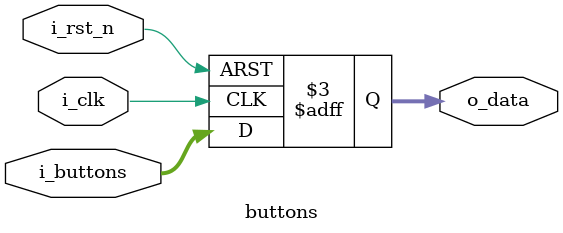
<source format=v>
module buttons(i_clk, i_rst_n, i_buttons, o_data);

input               i_clk;
input               i_rst_n;
input       [31:0]  i_buttons;
output reg  [31:0]  o_data;

always @(posedge i_clk, negedge i_rst_n)
    if(~i_rst_n)
        o_data <= 0;
    else
        o_data <= i_buttons;

endmodule


</source>
